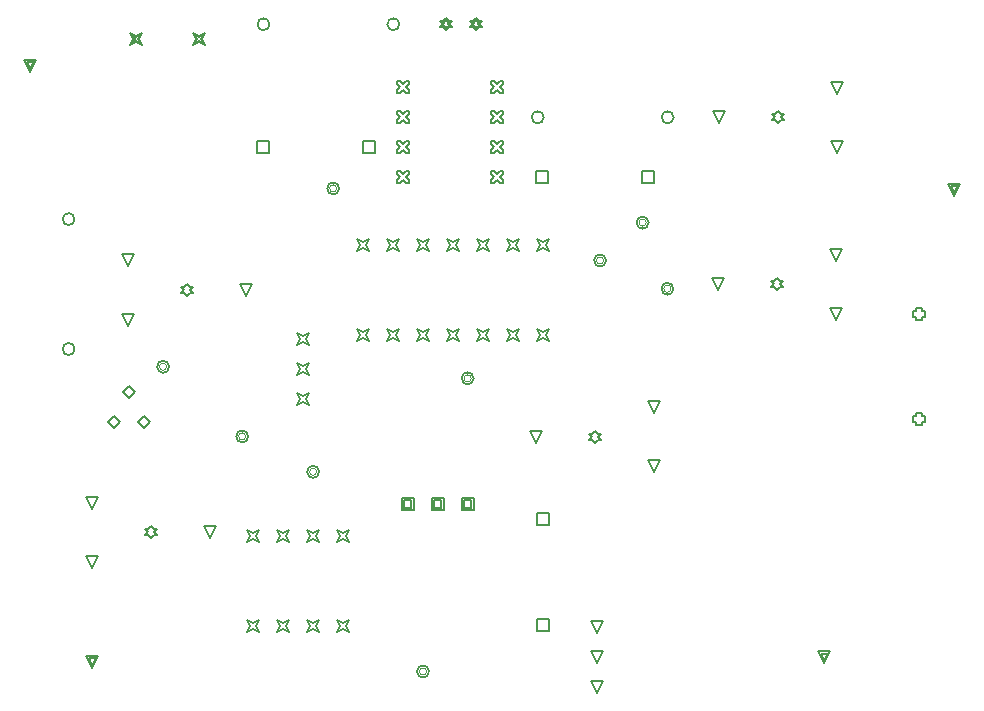
<source format=gbr>
%TF.GenerationSoftware,Altium Limited,Altium Designer,25.1.2 (22)*%
G04 Layer_Color=2752767*
%FSLAX25Y25*%
%MOIN*%
%TF.SameCoordinates,C6B27E67-7A8A-4C38-9DB9-D7D7B609FA95*%
%TF.FilePolarity,Positive*%
%TF.FileFunction,Drawing*%
%TF.Part,Single*%
G01*
G75*
%TA.AperFunction,NonConductor*%
%ADD42C,0.00500*%
%ADD83C,0.00667*%
%ADD84C,0.00400*%
D42*
X123000Y241110D02*
X124000Y243110D01*
X123000Y245110D01*
X125000Y244110D01*
X127000Y245110D01*
X126000Y243110D01*
X127000Y241110D01*
X125000Y242110D01*
X123000Y241110D01*
X123800Y241910D02*
X124400Y243110D01*
X123800Y244310D01*
X125000Y243710D01*
X126200Y244310D01*
X125600Y243110D01*
X126200Y241910D01*
X125000Y242510D01*
X123800Y241910D01*
X143866Y241110D02*
X144866Y243110D01*
X143866Y245110D01*
X145866Y244110D01*
X147866Y245110D01*
X146866Y243110D01*
X147866Y241110D01*
X145866Y242110D01*
X143866Y241110D01*
X144666Y241910D02*
X145266Y243110D01*
X144666Y244310D01*
X145866Y243710D01*
X147066Y244310D01*
X146466Y243110D01*
X147066Y241910D01*
X145866Y242510D01*
X144666Y241910D01*
X238189Y246031D02*
X239189Y247031D01*
X240189D01*
X239189Y248031D01*
X240189Y249031D01*
X239189D01*
X238189Y250031D01*
X237189Y249031D01*
X236189D01*
X237189Y248031D01*
X236189Y247031D01*
X237189D01*
X238189Y246031D01*
Y246831D02*
X238789Y247431D01*
X239389D01*
X238789Y248031D01*
X239389Y248632D01*
X238789D01*
X238189Y249232D01*
X237589Y248632D01*
X236989D01*
X237589Y248031D01*
X236989Y247431D01*
X237589D01*
X238189Y246831D01*
X228189Y246031D02*
X229189Y247031D01*
X230189D01*
X229189Y248031D01*
X230189Y249031D01*
X229189D01*
X228189Y250031D01*
X227189Y249031D01*
X226189D01*
X227189Y248031D01*
X226189Y247031D01*
X227189D01*
X228189Y246031D01*
Y246831D02*
X228789Y247431D01*
X229389D01*
X228789Y248031D01*
X229389Y248632D01*
X228789D01*
X228189Y249232D01*
X227589Y248632D01*
X226989D01*
X227589Y248031D01*
X226989Y247431D01*
X227589D01*
X228189Y246831D01*
X243154Y195000D02*
X244153D01*
X245153Y196000D01*
X246153Y195000D01*
X247153D01*
Y196000D01*
X246153Y197000D01*
X247153Y198000D01*
Y199000D01*
X246153D01*
X245153Y198000D01*
X244153Y199000D01*
X243154D01*
Y198000D01*
X244153Y197000D01*
X243154Y196000D01*
Y195000D01*
Y205000D02*
X244153D01*
X245153Y206000D01*
X246153Y205000D01*
X247153D01*
Y206000D01*
X246153Y207000D01*
X247153Y208000D01*
Y209000D01*
X246153D01*
X245153Y208000D01*
X244153Y209000D01*
X243154D01*
Y208000D01*
X244153Y207000D01*
X243154Y206000D01*
Y205000D01*
Y215000D02*
X244153D01*
X245153Y216000D01*
X246153Y215000D01*
X247153D01*
Y216000D01*
X246153Y217000D01*
X247153Y218000D01*
Y219000D01*
X246153D01*
X245153Y218000D01*
X244153Y219000D01*
X243154D01*
Y218000D01*
X244153Y217000D01*
X243154Y216000D01*
Y215000D01*
Y225000D02*
X244153D01*
X245153Y226000D01*
X246153Y225000D01*
X247153D01*
Y226000D01*
X246153Y227000D01*
X247153Y228000D01*
Y229000D01*
X246153D01*
X245153Y228000D01*
X244153Y229000D01*
X243154D01*
Y228000D01*
X244153Y227000D01*
X243154Y226000D01*
Y225000D01*
X211894D02*
X212894D01*
X213894Y226000D01*
X214894Y225000D01*
X215894D01*
Y226000D01*
X214894Y227000D01*
X215894Y228000D01*
Y229000D01*
X214894D01*
X213894Y228000D01*
X212894Y229000D01*
X211894D01*
Y228000D01*
X212894Y227000D01*
X211894Y226000D01*
Y225000D01*
Y215000D02*
X212894D01*
X213894Y216000D01*
X214894Y215000D01*
X215894D01*
Y216000D01*
X214894Y217000D01*
X215894Y218000D01*
Y219000D01*
X214894D01*
X213894Y218000D01*
X212894Y219000D01*
X211894D01*
Y218000D01*
X212894Y217000D01*
X211894Y216000D01*
Y215000D01*
Y205000D02*
X212894D01*
X213894Y206000D01*
X214894Y205000D01*
X215894D01*
Y206000D01*
X214894Y207000D01*
X215894Y208000D01*
Y209000D01*
X214894D01*
X213894Y208000D01*
X212894Y209000D01*
X211894D01*
Y208000D01*
X212894Y207000D01*
X211894Y206000D01*
Y205000D01*
Y195000D02*
X212894D01*
X213894Y196000D01*
X214894Y195000D01*
X215894D01*
Y196000D01*
X214894Y197000D01*
X215894Y198000D01*
Y199000D01*
X214894D01*
X213894Y198000D01*
X212894Y199000D01*
X211894D01*
Y198000D01*
X212894Y197000D01*
X211894Y196000D01*
Y195000D01*
X258394Y172500D02*
X259394Y174500D01*
X258394Y176500D01*
X260394Y175500D01*
X262394Y176500D01*
X261394Y174500D01*
X262394Y172500D01*
X260394Y173500D01*
X258394Y172500D01*
X248394D02*
X249394Y174500D01*
X248394Y176500D01*
X250394Y175500D01*
X252394Y176500D01*
X251394Y174500D01*
X252394Y172500D01*
X250394Y173500D01*
X248394Y172500D01*
X238394D02*
X239394Y174500D01*
X238394Y176500D01*
X240394Y175500D01*
X242394Y176500D01*
X241394Y174500D01*
X242394Y172500D01*
X240394Y173500D01*
X238394Y172500D01*
X228394D02*
X229394Y174500D01*
X228394Y176500D01*
X230394Y175500D01*
X232394Y176500D01*
X231394Y174500D01*
X232394Y172500D01*
X230394Y173500D01*
X228394Y172500D01*
X218394D02*
X219394Y174500D01*
X218394Y176500D01*
X220394Y175500D01*
X222394Y176500D01*
X221394Y174500D01*
X222394Y172500D01*
X220394Y173500D01*
X218394Y172500D01*
X208394D02*
X209394Y174500D01*
X208394Y176500D01*
X210394Y175500D01*
X212394Y176500D01*
X211394Y174500D01*
X212394Y172500D01*
X210394Y173500D01*
X208394Y172500D01*
X198394D02*
X199394Y174500D01*
X198394Y176500D01*
X200394Y175500D01*
X202394Y176500D01*
X201394Y174500D01*
X202394Y172500D01*
X200394Y173500D01*
X198394Y172500D01*
X258394Y142500D02*
X259394Y144500D01*
X258394Y146500D01*
X260394Y145500D01*
X262394Y146500D01*
X261394Y144500D01*
X262394Y142500D01*
X260394Y143500D01*
X258394Y142500D01*
X248394D02*
X249394Y144500D01*
X248394Y146500D01*
X250394Y145500D01*
X252394Y146500D01*
X251394Y144500D01*
X252394Y142500D01*
X250394Y143500D01*
X248394Y142500D01*
X238394D02*
X239394Y144500D01*
X238394Y146500D01*
X240394Y145500D01*
X242394Y146500D01*
X241394Y144500D01*
X242394Y142500D01*
X240394Y143500D01*
X238394Y142500D01*
X228394D02*
X229394Y144500D01*
X228394Y146500D01*
X230394Y145500D01*
X232394Y146500D01*
X231394Y144500D01*
X232394Y142500D01*
X230394Y143500D01*
X228394Y142500D01*
X218394D02*
X219394Y144500D01*
X218394Y146500D01*
X220394Y145500D01*
X222394Y146500D01*
X221394Y144500D01*
X222394Y142500D01*
X220394Y143500D01*
X218394Y142500D01*
X208394D02*
X209394Y144500D01*
X208394Y146500D01*
X210394Y145500D01*
X212394Y146500D01*
X211394Y144500D01*
X212394Y142500D01*
X210394Y143500D01*
X208394Y142500D01*
X198394D02*
X199394Y144500D01*
X198394Y146500D01*
X200394Y145500D01*
X202394Y146500D01*
X201394Y144500D01*
X202394Y142500D01*
X200394Y143500D01*
X198394Y142500D01*
X233394Y86126D02*
Y90126D01*
X237394D01*
Y86126D01*
X233394D01*
X234194Y86926D02*
Y89326D01*
X236594D01*
Y86926D01*
X234194D01*
X223394Y86126D02*
Y90126D01*
X227394D01*
Y86126D01*
X223394D01*
X224194Y86926D02*
Y89326D01*
X226594D01*
Y86926D01*
X224194D01*
X213394Y86126D02*
Y90126D01*
X217394D01*
Y86126D01*
X213394D01*
X214194Y86926D02*
Y89326D01*
X216594D01*
Y86926D01*
X214194D01*
X258394Y45783D02*
Y49784D01*
X262394D01*
Y45783D01*
X258394D01*
Y81217D02*
Y85216D01*
X262394D01*
Y81217D01*
X258394D01*
X278394Y45000D02*
X276394Y49000D01*
X280394D01*
X278394Y45000D01*
Y35000D02*
X276394Y39000D01*
X280394D01*
X278394Y35000D01*
Y25000D02*
X276394Y29000D01*
X280394D01*
X278394Y25000D01*
X141732Y157449D02*
X142732Y158449D01*
X143732D01*
X142732Y159449D01*
X143732Y160449D01*
X142732D01*
X141732Y161449D01*
X140732Y160449D01*
X139732D01*
X140732Y159449D01*
X139732Y158449D01*
X140732D01*
X141732Y157449D01*
X122047Y147606D02*
X120047Y151606D01*
X124047D01*
X122047Y147606D01*
X161417Y157449D02*
X159417Y161449D01*
X163417D01*
X161417Y157449D01*
X122047Y167291D02*
X120047Y171291D01*
X124047D01*
X122047Y167291D01*
X125394Y115500D02*
X127394Y117500D01*
X129394Y115500D01*
X127394Y113500D01*
X125394Y115500D01*
X120394Y125500D02*
X122394Y127500D01*
X124394Y125500D01*
X122394Y123500D01*
X120394Y125500D01*
X115394Y115500D02*
X117394Y117500D01*
X119394Y115500D01*
X117394Y113500D01*
X115394Y115500D01*
X129921Y76740D02*
X130921Y77740D01*
X131921D01*
X130921Y78740D01*
X131921Y79740D01*
X130921D01*
X129921Y80740D01*
X128921Y79740D01*
X127921D01*
X128921Y78740D01*
X127921Y77740D01*
X128921D01*
X129921Y76740D01*
X110236Y66898D02*
X108236Y70898D01*
X112236D01*
X110236Y66898D01*
X149606Y76740D02*
X147606Y80740D01*
X151606D01*
X149606Y76740D01*
X110236Y86583D02*
X108236Y90583D01*
X112236D01*
X110236Y86583D01*
X161894Y45500D02*
X162894Y47500D01*
X161894Y49500D01*
X163894Y48500D01*
X165894Y49500D01*
X164894Y47500D01*
X165894Y45500D01*
X163894Y46500D01*
X161894Y45500D01*
X171894D02*
X172894Y47500D01*
X171894Y49500D01*
X173894Y48500D01*
X175894Y49500D01*
X174894Y47500D01*
X175894Y45500D01*
X173894Y46500D01*
X171894Y45500D01*
X181894D02*
X182894Y47500D01*
X181894Y49500D01*
X183894Y48500D01*
X185894Y49500D01*
X184894Y47500D01*
X185894Y45500D01*
X183894Y46500D01*
X181894Y45500D01*
X191894D02*
X192894Y47500D01*
X191894Y49500D01*
X193894Y48500D01*
X195894Y49500D01*
X194894Y47500D01*
X195894Y45500D01*
X193894Y46500D01*
X191894Y45500D01*
X161894Y75500D02*
X162894Y77500D01*
X161894Y79500D01*
X163894Y78500D01*
X165894Y79500D01*
X164894Y77500D01*
X165894Y75500D01*
X163894Y76500D01*
X161894Y75500D01*
X171894D02*
X172894Y77500D01*
X171894Y79500D01*
X173894Y78500D01*
X175894Y79500D01*
X174894Y77500D01*
X175894Y75500D01*
X173894Y76500D01*
X171894Y75500D01*
X181894D02*
X182894Y77500D01*
X181894Y79500D01*
X183894Y78500D01*
X185894Y79500D01*
X184894Y77500D01*
X185894Y75500D01*
X183894Y76500D01*
X181894Y75500D01*
X191894D02*
X192894Y77500D01*
X191894Y79500D01*
X193894Y78500D01*
X195894Y79500D01*
X194894Y77500D01*
X195894Y75500D01*
X193894Y76500D01*
X191894Y75500D01*
X178394Y121000D02*
X179394Y123000D01*
X178394Y125000D01*
X180394Y124000D01*
X182394Y125000D01*
X181394Y123000D01*
X182394Y121000D01*
X180394Y122000D01*
X178394Y121000D01*
Y141000D02*
X179394Y143000D01*
X178394Y145000D01*
X180394Y144000D01*
X182394Y145000D01*
X181394Y143000D01*
X182394Y141000D01*
X180394Y142000D01*
X178394Y141000D01*
Y131000D02*
X179394Y133000D01*
X178394Y135000D01*
X180394Y134000D01*
X182394Y135000D01*
X181394Y133000D01*
X182394Y131000D01*
X180394Y132000D01*
X178394Y131000D01*
X384827Y150339D02*
Y149339D01*
X386827D01*
Y150339D01*
X387827D01*
Y152339D01*
X386827D01*
Y153339D01*
X384827D01*
Y152339D01*
X383827D01*
Y150339D01*
X384827D01*
Y115378D02*
Y114378D01*
X386827D01*
Y115378D01*
X387827D01*
Y117378D01*
X386827D01*
Y118378D01*
X384827D01*
Y117378D01*
X383827D01*
Y115378D01*
X384827D01*
X297579Y98658D02*
X295579Y102657D01*
X299579D01*
X297579Y98658D01*
X258209Y108500D02*
X256209Y112500D01*
X260209D01*
X258209Y108500D01*
X297579Y118342D02*
X295579Y122343D01*
X299579D01*
X297579Y118342D01*
X277894Y108500D02*
X278894Y109500D01*
X279894D01*
X278894Y110500D01*
X279894Y111500D01*
X278894D01*
X277894Y112500D01*
X276894Y111500D01*
X275894D01*
X276894Y110500D01*
X275894Y109500D01*
X276894D01*
X277894Y108500D01*
X338583Y159417D02*
X339583Y160417D01*
X340583D01*
X339583Y161417D01*
X340583Y162417D01*
X339583D01*
X338583Y163417D01*
X337583Y162417D01*
X336583D01*
X337583Y161417D01*
X336583Y160417D01*
X337583D01*
X338583Y159417D01*
X358268Y169260D02*
X356268Y173260D01*
X360268D01*
X358268Y169260D01*
X318898Y159417D02*
X316898Y163417D01*
X320898D01*
X318898Y159417D01*
X358268Y149575D02*
X356268Y153575D01*
X360268D01*
X358268Y149575D01*
X338894Y215000D02*
X339894Y216000D01*
X340894D01*
X339894Y217000D01*
X340894Y218000D01*
X339894D01*
X338894Y219000D01*
X337894Y218000D01*
X336894D01*
X337894Y217000D01*
X336894Y216000D01*
X337894D01*
X338894Y215000D01*
X358579Y224843D02*
X356579Y228842D01*
X360579D01*
X358579Y224843D01*
X319209Y215000D02*
X317209Y219000D01*
X321209D01*
X319209Y215000D01*
X358579Y205157D02*
X356579Y209157D01*
X360579D01*
X358579Y205157D01*
X293610Y195000D02*
Y199000D01*
X297610D01*
Y195000D01*
X293610D01*
X258177D02*
Y199000D01*
X262177D01*
Y195000D01*
X258177D01*
X165177Y205000D02*
Y209000D01*
X169177D01*
Y205000D01*
X165177D01*
X200610D02*
Y209000D01*
X204610D01*
Y205000D01*
X200610D01*
X89567Y232252D02*
X87567Y236252D01*
X91567D01*
X89567Y232252D01*
Y233052D02*
X88367Y235452D01*
X90767D01*
X89567Y233052D01*
X354331Y35000D02*
X352331Y39000D01*
X356331D01*
X354331Y35000D01*
Y35800D02*
X353131Y38200D01*
X355531D01*
X354331Y35800D01*
X110236Y33433D02*
X108236Y37433D01*
X112236D01*
X110236Y33433D01*
Y34233D02*
X109036Y36633D01*
X111436D01*
X110236Y34233D01*
X397638Y190913D02*
X395638Y194913D01*
X399638D01*
X397638Y190913D01*
Y191713D02*
X396438Y194113D01*
X398838D01*
X397638Y191713D01*
D83*
X169323Y248031D02*
G03*
X169323Y248031I-2000J0D01*
G01*
X212630D02*
G03*
X212630Y248031I-2000J0D01*
G01*
X104362Y183071D02*
G03*
X104362Y183071I-2000J0D01*
G01*
Y139764D02*
G03*
X104362Y139764I-2000J0D01*
G01*
X260740Y217000D02*
G03*
X260740Y217000I-2000J0D01*
G01*
X304047D02*
G03*
X304047Y217000I-2000J0D01*
G01*
X135858Y133858D02*
G03*
X135858Y133858I-2000J0D01*
G01*
X295701Y181890D02*
G03*
X295701Y181890I-2000J0D01*
G01*
X192551Y193307D02*
G03*
X192551Y193307I-2000J0D01*
G01*
X185858Y98819D02*
G03*
X185858Y98819I-2000J0D01*
G01*
X162236Y110630D02*
G03*
X162236Y110630I-2000J0D01*
G01*
X303969Y159843D02*
G03*
X303969Y159843I-2000J0D01*
G01*
X237394Y130000D02*
G03*
X237394Y130000I-2000J0D01*
G01*
X281528Y169291D02*
G03*
X281528Y169291I-2000J0D01*
G01*
X222472Y32283D02*
G03*
X222472Y32283I-2000J0D01*
G01*
D84*
X135058Y133858D02*
G03*
X135058Y133858I-1200J0D01*
G01*
X294901Y181890D02*
G03*
X294901Y181890I-1200J0D01*
G01*
X191751Y193307D02*
G03*
X191751Y193307I-1200J0D01*
G01*
X185058Y98819D02*
G03*
X185058Y98819I-1200J0D01*
G01*
X161436Y110630D02*
G03*
X161436Y110630I-1200J0D01*
G01*
X303169Y159843D02*
G03*
X303169Y159843I-1200J0D01*
G01*
X236594Y130000D02*
G03*
X236594Y130000I-1200J0D01*
G01*
X280728Y169291D02*
G03*
X280728Y169291I-1200J0D01*
G01*
X221672Y32283D02*
G03*
X221672Y32283I-1200J0D01*
G01*
%TF.MD5,153f444276c26e95fa242d52d7531a7a*%
M02*

</source>
